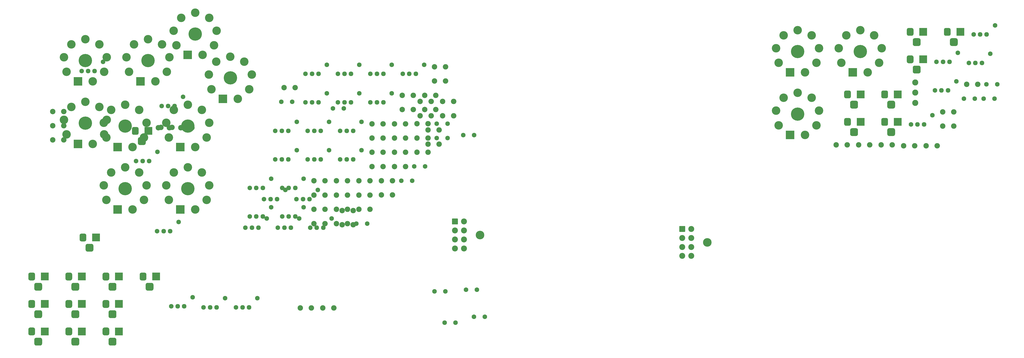
<source format=gbr>
%TF.GenerationSoftware,KiCad,Pcbnew,(5.1.6)-1*%
%TF.CreationDate,2020-08-01T01:01:07+01:00*%
%TF.ProjectId,SSEMD,5353454d-442e-46b6-9963-61645f706362,rev?*%
%TF.SameCoordinates,Original*%
%TF.FileFunction,Soldermask,Bot*%
%TF.FilePolarity,Negative*%
%FSLAX46Y46*%
G04 Gerber Fmt 4.6, Leading zero omitted, Abs format (unit mm)*
G04 Created by KiCad (PCBNEW (5.1.6)-1) date 2020-08-01 01:01:07*
%MOMM*%
%LPD*%
G01*
G04 APERTURE LIST*
%ADD10C,3.960000*%
%ADD11C,2.740000*%
%ADD12C,3.910000*%
%ADD13C,6.100000*%
%ADD14R,3.910000X3.910000*%
%ADD15C,2.800000*%
%ADD16O,2.500000X2.500000*%
%ADD17C,2.500000*%
%ADD18R,3.600000X3.600000*%
%ADD19C,2.100000*%
%ADD20C,2.130000*%
G04 APERTURE END LIST*
D10*
%TO.C,J-CTRLGATE-20*%
X31800000Y-354190000D03*
D11*
X24460000Y-360400000D03*
X24460000Y-356260000D03*
X24460000Y-352120000D03*
X24460000Y-347980000D03*
X20320000Y-360400000D03*
X20320000Y-356260000D03*
X20320000Y-352120000D03*
G36*
G01*
X18950000Y-349090531D02*
X18950000Y-346869469D01*
G75*
G02*
X19209469Y-346610000I259469J0D01*
G01*
X21430531Y-346610000D01*
G75*
G02*
X21690000Y-346869469I0J-259469D01*
G01*
X21690000Y-349090531D01*
G75*
G02*
X21430531Y-349350000I-259469J0D01*
G01*
X19209469Y-349350000D01*
G75*
G02*
X18950000Y-349090531I0J259469D01*
G01*
G37*
%TD*%
D10*
%TO.C,J-ADDER1-20*%
X-72594000Y-350761000D03*
D11*
X-79934000Y-356971000D03*
X-79934000Y-352831000D03*
X-79934000Y-348691000D03*
X-79934000Y-344551000D03*
X-84074000Y-356971000D03*
X-84074000Y-352831000D03*
X-84074000Y-348691000D03*
G36*
G01*
X-85444000Y-345661531D02*
X-85444000Y-343440469D01*
G75*
G02*
X-85184531Y-343181000I259469J0D01*
G01*
X-82963469Y-343181000D01*
G75*
G02*
X-82704000Y-343440469I0J-259469D01*
G01*
X-82704000Y-345661531D01*
G75*
G02*
X-82963469Y-345921000I-259469J0D01*
G01*
X-85184531Y-345921000D01*
G75*
G02*
X-85444000Y-345661531I0J259469D01*
G01*
G37*
%TD*%
D12*
%TO.C,V-CTRLGATE-2*%
X81968770Y-271560116D03*
X83156594Y-264823634D03*
X79736392Y-258899672D03*
X73308516Y-256560116D03*
X66880640Y-258899672D03*
X63460438Y-264823634D03*
X64648262Y-271560116D03*
X76728717Y-275957042D03*
D13*
X73333916Y-266356916D03*
D14*
X69888315Y-275957042D03*
%TD*%
D12*
%TO.C,V-CTRLGATE-1*%
X81968770Y-300330116D03*
X83156594Y-293593634D03*
X79736392Y-287669672D03*
X73308516Y-285330116D03*
X66880640Y-287669672D03*
X63460438Y-293593634D03*
X64648262Y-300330116D03*
X76728717Y-304727042D03*
D13*
X73333916Y-295126916D03*
D14*
X69888315Y-304727042D03*
%TD*%
D12*
%TO.C,V1*%
X110738770Y-271560116D03*
X111926594Y-264823634D03*
X108506392Y-258899672D03*
X102078516Y-256560116D03*
X95650640Y-258899672D03*
X92230438Y-264823634D03*
X93418262Y-271560116D03*
X105498717Y-275957042D03*
D13*
X102103916Y-266356916D03*
D14*
X98658315Y-275957042D03*
%TD*%
D15*
%TO.C,SW-CTRLGATE-1*%
X127318000Y-280581000D03*
X127318000Y-285281000D03*
X127318000Y-289981000D03*
%TD*%
D16*
%TO.C,R-CTRLGATE-8*%
X106403000Y-309276000D03*
D17*
X101323000Y-309276000D03*
%TD*%
D16*
%TO.C,R-CTRLGATE-7*%
X116733000Y-309276000D03*
D17*
X111653000Y-309276000D03*
%TD*%
D16*
%TO.C,R-CTRLGATE-6*%
X127063000Y-309726000D03*
D17*
X121983000Y-309726000D03*
%TD*%
D16*
%TO.C,R-CTRLGATE-5*%
X96073000Y-309276000D03*
D17*
X90993000Y-309276000D03*
%TD*%
D16*
%TO.C,R-CTRLGATE-4*%
X145063000Y-300666000D03*
D17*
X139983000Y-300666000D03*
%TD*%
D16*
%TO.C,R-CTRLGATE-3*%
X137393000Y-309726000D03*
D17*
X132313000Y-309726000D03*
%TD*%
D16*
%TO.C,R-CTRLGATE-2*%
X145063000Y-294116000D03*
D17*
X139983000Y-294116000D03*
%TD*%
D16*
%TO.C,R-CTRLGATE-1*%
X156063000Y-281486000D03*
D17*
X150983000Y-281486000D03*
%TD*%
%TO.C,J-CTRLGATE-7*%
G36*
G01*
X114493000Y-304331000D02*
X114493000Y-302531000D01*
G75*
G02*
X115393000Y-301631000I900000J0D01*
G01*
X117193000Y-301631000D01*
G75*
G02*
X118093000Y-302531000I0J-900000D01*
G01*
X118093000Y-304331000D01*
G75*
G02*
X117193000Y-305231000I-900000J0D01*
G01*
X115393000Y-305231000D01*
G75*
G02*
X114493000Y-304331000I0J900000D01*
G01*
G37*
G36*
G01*
X111743000Y-299756000D02*
X111743000Y-297706000D01*
G75*
G02*
X112518000Y-296931000I775000J0D01*
G01*
X114068000Y-296931000D01*
G75*
G02*
X114843000Y-297706000I0J-775000D01*
G01*
X114843000Y-299756000D01*
G75*
G02*
X114068000Y-300531000I-775000J0D01*
G01*
X112518000Y-300531000D01*
G75*
G02*
X111743000Y-299756000I0J775000D01*
G01*
G37*
D18*
X119293000Y-298731000D03*
%TD*%
%TO.C,J-CTRLGATE-6*%
G36*
G01*
X114493000Y-291701000D02*
X114493000Y-289901000D01*
G75*
G02*
X115393000Y-289001000I900000J0D01*
G01*
X117193000Y-289001000D01*
G75*
G02*
X118093000Y-289901000I0J-900000D01*
G01*
X118093000Y-291701000D01*
G75*
G02*
X117193000Y-292601000I-900000J0D01*
G01*
X115393000Y-292601000D01*
G75*
G02*
X114493000Y-291701000I0J900000D01*
G01*
G37*
G36*
G01*
X111743000Y-287126000D02*
X111743000Y-285076000D01*
G75*
G02*
X112518000Y-284301000I775000J0D01*
G01*
X114068000Y-284301000D01*
G75*
G02*
X114843000Y-285076000I0J-775000D01*
G01*
X114843000Y-287126000D01*
G75*
G02*
X114068000Y-287901000I-775000J0D01*
G01*
X112518000Y-287901000D01*
G75*
G02*
X111743000Y-287126000I0J775000D01*
G01*
G37*
X119293000Y-286101000D03*
%TD*%
%TO.C,J-CTRLGATE-5*%
G36*
G01*
X97443000Y-304331000D02*
X97443000Y-302531000D01*
G75*
G02*
X98343000Y-301631000I900000J0D01*
G01*
X100143000Y-301631000D01*
G75*
G02*
X101043000Y-302531000I0J-900000D01*
G01*
X101043000Y-304331000D01*
G75*
G02*
X100143000Y-305231000I-900000J0D01*
G01*
X98343000Y-305231000D01*
G75*
G02*
X97443000Y-304331000I0J900000D01*
G01*
G37*
G36*
G01*
X94693000Y-299756000D02*
X94693000Y-297706000D01*
G75*
G02*
X95468000Y-296931000I775000J0D01*
G01*
X97018000Y-296931000D01*
G75*
G02*
X97793000Y-297706000I0J-775000D01*
G01*
X97793000Y-299756000D01*
G75*
G02*
X97018000Y-300531000I-775000J0D01*
G01*
X95468000Y-300531000D01*
G75*
G02*
X94693000Y-299756000I0J775000D01*
G01*
G37*
X102243000Y-298731000D03*
%TD*%
%TO.C,J-CTRLGATE-4*%
G36*
G01*
X126213000Y-262931000D02*
X126213000Y-261131000D01*
G75*
G02*
X127113000Y-260231000I900000J0D01*
G01*
X128913000Y-260231000D01*
G75*
G02*
X129813000Y-261131000I0J-900000D01*
G01*
X129813000Y-262931000D01*
G75*
G02*
X128913000Y-263831000I-900000J0D01*
G01*
X127113000Y-263831000D01*
G75*
G02*
X126213000Y-262931000I0J900000D01*
G01*
G37*
G36*
G01*
X123463000Y-258356000D02*
X123463000Y-256306000D01*
G75*
G02*
X124238000Y-255531000I775000J0D01*
G01*
X125788000Y-255531000D01*
G75*
G02*
X126563000Y-256306000I0J-775000D01*
G01*
X126563000Y-258356000D01*
G75*
G02*
X125788000Y-259131000I-775000J0D01*
G01*
X124238000Y-259131000D01*
G75*
G02*
X123463000Y-258356000I0J775000D01*
G01*
G37*
X131013000Y-257331000D03*
%TD*%
%TO.C,J-CTRLGATE-3*%
G36*
G01*
X126213000Y-275561000D02*
X126213000Y-273761000D01*
G75*
G02*
X127113000Y-272861000I900000J0D01*
G01*
X128913000Y-272861000D01*
G75*
G02*
X129813000Y-273761000I0J-900000D01*
G01*
X129813000Y-275561000D01*
G75*
G02*
X128913000Y-276461000I-900000J0D01*
G01*
X127113000Y-276461000D01*
G75*
G02*
X126213000Y-275561000I0J900000D01*
G01*
G37*
G36*
G01*
X123463000Y-270986000D02*
X123463000Y-268936000D01*
G75*
G02*
X124238000Y-268161000I775000J0D01*
G01*
X125788000Y-268161000D01*
G75*
G02*
X126563000Y-268936000I0J-775000D01*
G01*
X126563000Y-270986000D01*
G75*
G02*
X125788000Y-271761000I-775000J0D01*
G01*
X124238000Y-271761000D01*
G75*
G02*
X123463000Y-270986000I0J775000D01*
G01*
G37*
X131013000Y-269961000D03*
%TD*%
%TO.C,J-CTRLGATE-2*%
G36*
G01*
X97443000Y-291701000D02*
X97443000Y-289901000D01*
G75*
G02*
X98343000Y-289001000I900000J0D01*
G01*
X100143000Y-289001000D01*
G75*
G02*
X101043000Y-289901000I0J-900000D01*
G01*
X101043000Y-291701000D01*
G75*
G02*
X100143000Y-292601000I-900000J0D01*
G01*
X98343000Y-292601000D01*
G75*
G02*
X97443000Y-291701000I0J900000D01*
G01*
G37*
G36*
G01*
X94693000Y-287126000D02*
X94693000Y-285076000D01*
G75*
G02*
X95468000Y-284301000I775000J0D01*
G01*
X97018000Y-284301000D01*
G75*
G02*
X97793000Y-285076000I0J-775000D01*
G01*
X97793000Y-287126000D01*
G75*
G02*
X97018000Y-287901000I-775000J0D01*
G01*
X95468000Y-287901000D01*
G75*
G02*
X94693000Y-287126000I0J775000D01*
G01*
G37*
X102243000Y-286101000D03*
%TD*%
%TO.C,J-CTRLGATE-1*%
G36*
G01*
X143263000Y-262931000D02*
X143263000Y-261131000D01*
G75*
G02*
X144163000Y-260231000I900000J0D01*
G01*
X145963000Y-260231000D01*
G75*
G02*
X146863000Y-261131000I0J-900000D01*
G01*
X146863000Y-262931000D01*
G75*
G02*
X145963000Y-263831000I-900000J0D01*
G01*
X144163000Y-263831000D01*
G75*
G02*
X143263000Y-262931000I0J900000D01*
G01*
G37*
G36*
G01*
X140513000Y-258356000D02*
X140513000Y-256306000D01*
G75*
G02*
X141288000Y-255531000I775000J0D01*
G01*
X142838000Y-255531000D01*
G75*
G02*
X143613000Y-256306000I0J-775000D01*
G01*
X143613000Y-258356000D01*
G75*
G02*
X142838000Y-259131000I-775000J0D01*
G01*
X141288000Y-259131000D01*
G75*
G02*
X140513000Y-258356000I0J775000D01*
G01*
G37*
X148063000Y-257331000D03*
%TD*%
%TO.C,J-ADDER1-12*%
G36*
G01*
X-243175000Y-400726000D02*
X-243175000Y-398926000D01*
G75*
G02*
X-242275000Y-398026000I900000J0D01*
G01*
X-240475000Y-398026000D01*
G75*
G02*
X-239575000Y-398926000I0J-900000D01*
G01*
X-239575000Y-400726000D01*
G75*
G02*
X-240475000Y-401626000I-900000J0D01*
G01*
X-242275000Y-401626000D01*
G75*
G02*
X-243175000Y-400726000I0J900000D01*
G01*
G37*
G36*
G01*
X-245925000Y-396151000D02*
X-245925000Y-394101000D01*
G75*
G02*
X-245150000Y-393326000I775000J0D01*
G01*
X-243600000Y-393326000D01*
G75*
G02*
X-242825000Y-394101000I0J-775000D01*
G01*
X-242825000Y-396151000D01*
G75*
G02*
X-243600000Y-396926000I-775000J0D01*
G01*
X-245150000Y-396926000D01*
G75*
G02*
X-245925000Y-396151000I0J775000D01*
G01*
G37*
X-238375000Y-395126000D03*
%TD*%
%TO.C,J-ADDER1-11*%
G36*
G01*
X-277275000Y-388096000D02*
X-277275000Y-386296000D01*
G75*
G02*
X-276375000Y-385396000I900000J0D01*
G01*
X-274575000Y-385396000D01*
G75*
G02*
X-273675000Y-386296000I0J-900000D01*
G01*
X-273675000Y-388096000D01*
G75*
G02*
X-274575000Y-388996000I-900000J0D01*
G01*
X-276375000Y-388996000D01*
G75*
G02*
X-277275000Y-388096000I0J900000D01*
G01*
G37*
G36*
G01*
X-280025000Y-383521000D02*
X-280025000Y-381471000D01*
G75*
G02*
X-279250000Y-380696000I775000J0D01*
G01*
X-277700000Y-380696000D01*
G75*
G02*
X-276925000Y-381471000I0J-775000D01*
G01*
X-276925000Y-383521000D01*
G75*
G02*
X-277700000Y-384296000I-775000J0D01*
G01*
X-279250000Y-384296000D01*
G75*
G02*
X-280025000Y-383521000I0J775000D01*
G01*
G37*
X-272475000Y-382496000D03*
%TD*%
%TO.C,J-ADDER1-10*%
G36*
G01*
X-260225000Y-375466000D02*
X-260225000Y-373666000D01*
G75*
G02*
X-259325000Y-372766000I900000J0D01*
G01*
X-257525000Y-372766000D01*
G75*
G02*
X-256625000Y-373666000I0J-900000D01*
G01*
X-256625000Y-375466000D01*
G75*
G02*
X-257525000Y-376366000I-900000J0D01*
G01*
X-259325000Y-376366000D01*
G75*
G02*
X-260225000Y-375466000I0J900000D01*
G01*
G37*
G36*
G01*
X-262975000Y-370891000D02*
X-262975000Y-368841000D01*
G75*
G02*
X-262200000Y-368066000I775000J0D01*
G01*
X-260650000Y-368066000D01*
G75*
G02*
X-259875000Y-368841000I0J-775000D01*
G01*
X-259875000Y-370891000D01*
G75*
G02*
X-260650000Y-371666000I-775000J0D01*
G01*
X-262200000Y-371666000D01*
G75*
G02*
X-262975000Y-370891000I0J775000D01*
G01*
G37*
X-255425000Y-369866000D03*
%TD*%
%TO.C,J-ADDER1-9*%
G36*
G01*
X-277275000Y-400726000D02*
X-277275000Y-398926000D01*
G75*
G02*
X-276375000Y-398026000I900000J0D01*
G01*
X-274575000Y-398026000D01*
G75*
G02*
X-273675000Y-398926000I0J-900000D01*
G01*
X-273675000Y-400726000D01*
G75*
G02*
X-274575000Y-401626000I-900000J0D01*
G01*
X-276375000Y-401626000D01*
G75*
G02*
X-277275000Y-400726000I0J900000D01*
G01*
G37*
G36*
G01*
X-280025000Y-396151000D02*
X-280025000Y-394101000D01*
G75*
G02*
X-279250000Y-393326000I775000J0D01*
G01*
X-277700000Y-393326000D01*
G75*
G02*
X-276925000Y-394101000I0J-775000D01*
G01*
X-276925000Y-396151000D01*
G75*
G02*
X-277700000Y-396926000I-775000J0D01*
G01*
X-279250000Y-396926000D01*
G75*
G02*
X-280025000Y-396151000I0J775000D01*
G01*
G37*
X-272475000Y-395126000D03*
%TD*%
%TO.C,J-ADDER1-8*%
G36*
G01*
X-260225000Y-388096000D02*
X-260225000Y-386296000D01*
G75*
G02*
X-259325000Y-385396000I900000J0D01*
G01*
X-257525000Y-385396000D01*
G75*
G02*
X-256625000Y-386296000I0J-900000D01*
G01*
X-256625000Y-388096000D01*
G75*
G02*
X-257525000Y-388996000I-900000J0D01*
G01*
X-259325000Y-388996000D01*
G75*
G02*
X-260225000Y-388096000I0J900000D01*
G01*
G37*
G36*
G01*
X-262975000Y-383521000D02*
X-262975000Y-381471000D01*
G75*
G02*
X-262200000Y-380696000I775000J0D01*
G01*
X-260650000Y-380696000D01*
G75*
G02*
X-259875000Y-381471000I0J-775000D01*
G01*
X-259875000Y-383521000D01*
G75*
G02*
X-260650000Y-384296000I-775000J0D01*
G01*
X-262200000Y-384296000D01*
G75*
G02*
X-262975000Y-383521000I0J775000D01*
G01*
G37*
X-255425000Y-382496000D03*
%TD*%
%TO.C,J-ADDER1-7*%
G36*
G01*
X-243175000Y-375466000D02*
X-243175000Y-373666000D01*
G75*
G02*
X-242275000Y-372766000I900000J0D01*
G01*
X-240475000Y-372766000D01*
G75*
G02*
X-239575000Y-373666000I0J-900000D01*
G01*
X-239575000Y-375466000D01*
G75*
G02*
X-240475000Y-376366000I-900000J0D01*
G01*
X-242275000Y-376366000D01*
G75*
G02*
X-243175000Y-375466000I0J900000D01*
G01*
G37*
G36*
G01*
X-245925000Y-370891000D02*
X-245925000Y-368841000D01*
G75*
G02*
X-245150000Y-368066000I775000J0D01*
G01*
X-243600000Y-368066000D01*
G75*
G02*
X-242825000Y-368841000I0J-775000D01*
G01*
X-242825000Y-370891000D01*
G75*
G02*
X-243600000Y-371666000I-775000J0D01*
G01*
X-245150000Y-371666000D01*
G75*
G02*
X-245925000Y-370891000I0J775000D01*
G01*
G37*
X-238375000Y-369866000D03*
%TD*%
%TO.C,J-ADDER1-6*%
G36*
G01*
X-260225000Y-400726000D02*
X-260225000Y-398926000D01*
G75*
G02*
X-259325000Y-398026000I900000J0D01*
G01*
X-257525000Y-398026000D01*
G75*
G02*
X-256625000Y-398926000I0J-900000D01*
G01*
X-256625000Y-400726000D01*
G75*
G02*
X-257525000Y-401626000I-900000J0D01*
G01*
X-259325000Y-401626000D01*
G75*
G02*
X-260225000Y-400726000I0J900000D01*
G01*
G37*
G36*
G01*
X-262975000Y-396151000D02*
X-262975000Y-394101000D01*
G75*
G02*
X-262200000Y-393326000I775000J0D01*
G01*
X-260650000Y-393326000D01*
G75*
G02*
X-259875000Y-394101000I0J-775000D01*
G01*
X-259875000Y-396151000D01*
G75*
G02*
X-260650000Y-396926000I-775000J0D01*
G01*
X-262200000Y-396926000D01*
G75*
G02*
X-262975000Y-396151000I0J775000D01*
G01*
G37*
X-255425000Y-395126000D03*
%TD*%
%TO.C,J-ADDER1-5*%
G36*
G01*
X-243175000Y-388096000D02*
X-243175000Y-386296000D01*
G75*
G02*
X-242275000Y-385396000I900000J0D01*
G01*
X-240475000Y-385396000D01*
G75*
G02*
X-239575000Y-386296000I0J-900000D01*
G01*
X-239575000Y-388096000D01*
G75*
G02*
X-240475000Y-388996000I-900000J0D01*
G01*
X-242275000Y-388996000D01*
G75*
G02*
X-243175000Y-388096000I0J900000D01*
G01*
G37*
G36*
G01*
X-245925000Y-383521000D02*
X-245925000Y-381471000D01*
G75*
G02*
X-245150000Y-380696000I775000J0D01*
G01*
X-243600000Y-380696000D01*
G75*
G02*
X-242825000Y-381471000I0J-775000D01*
G01*
X-242825000Y-383521000D01*
G75*
G02*
X-243600000Y-384296000I-775000J0D01*
G01*
X-245150000Y-384296000D01*
G75*
G02*
X-245925000Y-383521000I0J775000D01*
G01*
G37*
X-238375000Y-382496000D03*
%TD*%
%TO.C,J-ADDER1-4*%
G36*
G01*
X-226125000Y-375466000D02*
X-226125000Y-373666000D01*
G75*
G02*
X-225225000Y-372766000I900000J0D01*
G01*
X-223425000Y-372766000D01*
G75*
G02*
X-222525000Y-373666000I0J-900000D01*
G01*
X-222525000Y-375466000D01*
G75*
G02*
X-223425000Y-376366000I-900000J0D01*
G01*
X-225225000Y-376366000D01*
G75*
G02*
X-226125000Y-375466000I0J900000D01*
G01*
G37*
G36*
G01*
X-228875000Y-370891000D02*
X-228875000Y-368841000D01*
G75*
G02*
X-228100000Y-368066000I775000J0D01*
G01*
X-226550000Y-368066000D01*
G75*
G02*
X-225775000Y-368841000I0J-775000D01*
G01*
X-225775000Y-370891000D01*
G75*
G02*
X-226550000Y-371666000I-775000J0D01*
G01*
X-228100000Y-371666000D01*
G75*
G02*
X-228875000Y-370891000I0J775000D01*
G01*
G37*
X-221325000Y-369866000D03*
%TD*%
%TO.C,J-ADDER1-3*%
G36*
G01*
X-277275000Y-375466000D02*
X-277275000Y-373666000D01*
G75*
G02*
X-276375000Y-372766000I900000J0D01*
G01*
X-274575000Y-372766000D01*
G75*
G02*
X-273675000Y-373666000I0J-900000D01*
G01*
X-273675000Y-375466000D01*
G75*
G02*
X-274575000Y-376366000I-900000J0D01*
G01*
X-276375000Y-376366000D01*
G75*
G02*
X-277275000Y-375466000I0J900000D01*
G01*
G37*
G36*
G01*
X-280025000Y-370891000D02*
X-280025000Y-368841000D01*
G75*
G02*
X-279250000Y-368066000I775000J0D01*
G01*
X-277700000Y-368066000D01*
G75*
G02*
X-276925000Y-368841000I0J-775000D01*
G01*
X-276925000Y-370891000D01*
G75*
G02*
X-277700000Y-371666000I-775000J0D01*
G01*
X-279250000Y-371666000D01*
G75*
G02*
X-280025000Y-370891000I0J775000D01*
G01*
G37*
X-272475000Y-369866000D03*
%TD*%
D19*
%TO.C,D-CTRLGATE-6*%
X146930600Y-266944600D03*
X137098000Y-271161000D03*
D20*
X140098000Y-271161000D03*
X143098000Y-271161000D03*
%TD*%
D19*
%TO.C,D-CTRLGATE-5*%
X163980600Y-254314600D03*
X154148000Y-258531000D03*
D20*
X157148000Y-258531000D03*
X160148000Y-258531000D03*
%TD*%
D19*
%TO.C,D-CTRLGATE-4*%
X135210600Y-295674600D03*
X125378000Y-299891000D03*
D20*
X128378000Y-299891000D03*
X131378000Y-299891000D03*
%TD*%
D19*
%TO.C,D-CTRLGATE-3*%
X146210600Y-280064600D03*
X136378000Y-284281000D03*
D20*
X139378000Y-284281000D03*
X142378000Y-284281000D03*
%TD*%
D19*
%TO.C,D-CTRLGATE-1*%
X161820600Y-267434600D03*
X151988000Y-271651000D03*
D20*
X154988000Y-271651000D03*
X157988000Y-271651000D03*
%TD*%
D19*
%TO.C,C-CTRLGATE-3*%
X165063000Y-281486000D03*
X160063000Y-281486000D03*
%TD*%
%TO.C,C-CTRLGATE-2*%
X163783000Y-288036000D03*
X158783000Y-288036000D03*
%TD*%
%TO.C,C-CTRLGATE-1*%
X154733000Y-288036000D03*
X149733000Y-288036000D03*
%TD*%
%TO.C,C-ADDER1--A-8*%
X-70311000Y-388366000D03*
X-75311000Y-388366000D03*
%TD*%
%TO.C,C-ADDER1-11*%
X-73994000Y-375920000D03*
X-78994000Y-375920000D03*
%TD*%
%TO.C,C-ADDER1-10*%
X-83773000Y-391106000D03*
X-88773000Y-391106000D03*
%TD*%
%TO.C,C-ADDER1-9*%
X-88472000Y-376682000D03*
X-93472000Y-376682000D03*
%TD*%
D12*
%TO.C,V-ADDER1-9*%
X-216398230Y-275717116D03*
X-215210406Y-268980634D03*
X-218630608Y-263056672D03*
X-225058484Y-260717116D03*
X-231486360Y-263056672D03*
X-234906562Y-268980634D03*
X-233718738Y-275717116D03*
X-221638283Y-280114042D03*
D13*
X-225033084Y-270513916D03*
D14*
X-228478685Y-280114042D03*
%TD*%
D12*
%TO.C,V-ADDER1-8*%
X-245168230Y-304487116D03*
X-243980406Y-297750634D03*
X-247400608Y-291826672D03*
X-253828484Y-289487116D03*
X-260256360Y-291826672D03*
X-263676562Y-297750634D03*
X-262488738Y-304487116D03*
X-250408283Y-308884042D03*
D13*
X-253803084Y-299283916D03*
D14*
X-257248685Y-308884042D03*
%TD*%
D12*
%TO.C,V-ADDER1-7*%
X-198119230Y-334654116D03*
X-196931406Y-327917634D03*
X-200351608Y-321993672D03*
X-206779484Y-319654116D03*
X-213207360Y-321993672D03*
X-216627562Y-327917634D03*
X-215439738Y-334654116D03*
X-203359283Y-339051042D03*
D13*
X-206754084Y-329450916D03*
D14*
X-210199685Y-339051042D03*
%TD*%
D12*
%TO.C,V-ADDER1-6*%
X-245168230Y-275717116D03*
X-243980406Y-268980634D03*
X-247400608Y-263056672D03*
X-253828484Y-260717116D03*
X-260256360Y-263056672D03*
X-263676562Y-268980634D03*
X-262488738Y-275717116D03*
X-250408283Y-280114042D03*
D13*
X-253803084Y-270513916D03*
D14*
X-257248685Y-280114042D03*
%TD*%
D12*
%TO.C,V-ADDER1-5*%
X-198119230Y-305884116D03*
X-196931406Y-299147634D03*
X-200351608Y-293223672D03*
X-206779484Y-290884116D03*
X-213207360Y-293223672D03*
X-216627562Y-299147634D03*
X-215439738Y-305884116D03*
X-203359283Y-310281042D03*
D13*
X-206754084Y-300680916D03*
D14*
X-210199685Y-310281042D03*
%TD*%
D12*
%TO.C,V-ADDER1-4*%
X-226889230Y-334654116D03*
X-225701406Y-327917634D03*
X-229121608Y-321993672D03*
X-235549484Y-319654116D03*
X-241977360Y-321993672D03*
X-245397562Y-327917634D03*
X-244209738Y-334654116D03*
X-232129283Y-339051042D03*
D13*
X-235524084Y-329450916D03*
D14*
X-238969685Y-339051042D03*
%TD*%
D12*
%TO.C,V-ADDER1-3*%
X-194717546Y-263521200D03*
X-193529722Y-256784718D03*
X-196949924Y-250860756D03*
X-203377800Y-248521200D03*
X-209805676Y-250860756D03*
X-213225878Y-256784718D03*
X-212038054Y-263521200D03*
X-199957599Y-267918126D03*
D13*
X-203352400Y-258318000D03*
D14*
X-206798001Y-267918126D03*
%TD*%
D12*
%TO.C,V-ADDER1-2*%
X-226889230Y-305884116D03*
X-225701406Y-299147634D03*
X-229121608Y-293223672D03*
X-235549484Y-290884116D03*
X-241977360Y-293223672D03*
X-245397562Y-299147634D03*
X-244209738Y-305884116D03*
X-232129283Y-310281042D03*
D13*
X-235524084Y-300680916D03*
D14*
X-238969685Y-310281042D03*
%TD*%
D12*
%TO.C,V-ADDER1-1*%
X-178588546Y-283714200D03*
X-177400722Y-276977718D03*
X-180820924Y-271053756D03*
X-187248800Y-268714200D03*
X-193676676Y-271053756D03*
X-197096878Y-276977718D03*
X-195909054Y-283714200D03*
X-183828599Y-288111126D03*
D13*
X-187223400Y-278511000D03*
D14*
X-190669001Y-288111126D03*
%TD*%
D16*
%TO.C,R-ADDER1-34C1*%
X-106786000Y-319263000D03*
D17*
X-111866000Y-319263000D03*
%TD*%
D16*
%TO.C,R-ADDER1-34B1*%
X-133396000Y-345503000D03*
D17*
X-138476000Y-345503000D03*
%TD*%
D16*
%TO.C,R-ADDER1-46*%
X-263760000Y-307046000D03*
D17*
X-268840000Y-307046000D03*
%TD*%
D16*
%TO.C,R-ADDER1-45*%
X-96456000Y-299593000D03*
D17*
X-101536000Y-299593000D03*
%TD*%
D16*
%TO.C,R-ADDER1-44*%
X-123066000Y-332403000D03*
D17*
X-128146000Y-332403000D03*
%TD*%
D16*
%TO.C,R-ADDER1-43*%
X-133396000Y-338953000D03*
D17*
X-138476000Y-338953000D03*
%TD*%
D16*
%TO.C,R-ADDER1-42*%
X-106786000Y-312713000D03*
D17*
X-111866000Y-312713000D03*
%TD*%
D16*
%TO.C,R-ADDER1-41*%
X-263760000Y-293946000D03*
D17*
X-268840000Y-293946000D03*
%TD*%
D16*
%TO.C,R-ADDER1-40*%
X-96456000Y-306143000D03*
D17*
X-101536000Y-306143000D03*
%TD*%
D16*
%TO.C,R-ADDER1-38*%
X-84658000Y-295905000D03*
D17*
X-89738000Y-295905000D03*
%TD*%
D16*
%TO.C,R-ADDER1-37*%
X-157513000Y-282965000D03*
D17*
X-162593000Y-282965000D03*
%TD*%
D16*
%TO.C,R-ADDER1-36*%
X-96456000Y-312693000D03*
D17*
X-101536000Y-312693000D03*
%TD*%
D16*
%TO.C,R-ADDER1-35*%
X-123066000Y-338953000D03*
D17*
X-128146000Y-338953000D03*
%TD*%
D16*
%TO.C,R-ADDER1-34*%
X-112736000Y-332363000D03*
D17*
X-117816000Y-332363000D03*
%TD*%
D16*
%TO.C,R-ADDER1-33*%
X-91378000Y-309005000D03*
D17*
X-96458000Y-309005000D03*
%TD*%
D16*
%TO.C,R-ADDER1-32*%
X-214014000Y-301293000D03*
D17*
X-219094000Y-301293000D03*
%TD*%
D16*
%TO.C,R-ADDER1-31*%
X-106786000Y-299613000D03*
D17*
X-111866000Y-299613000D03*
%TD*%
D16*
%TO.C,R-ADDER1-30*%
X-84658000Y-289355000D03*
D17*
X-89738000Y-289355000D03*
%TD*%
D16*
%TO.C,R-ADDER1-29*%
X-94988000Y-295905000D03*
D17*
X-100068000Y-295905000D03*
%TD*%
D16*
%TO.C,R-ADDER1-28*%
X-139724000Y-384334000D03*
D17*
X-144804000Y-384334000D03*
%TD*%
D16*
%TO.C,R-ADDER1-27*%
X-92906000Y-293043000D03*
D17*
X-97986000Y-293043000D03*
%TD*%
D16*
%TO.C,R-ADDER1-26*%
X-106786000Y-306163000D03*
D17*
X-111866000Y-306163000D03*
%TD*%
D16*
%TO.C,R-ADDER1-25*%
X-117116000Y-319263000D03*
D17*
X-122196000Y-319263000D03*
%TD*%
D16*
%TO.C,R-ADDER1-24*%
X-143726000Y-345503000D03*
D17*
X-148806000Y-345503000D03*
%TD*%
D16*
%TO.C,R-ADDER1-23*%
X-123066000Y-325853000D03*
D17*
X-128146000Y-325853000D03*
%TD*%
D16*
%TO.C,R-ADDER1-22*%
X-133396000Y-332403000D03*
D17*
X-138476000Y-332403000D03*
%TD*%
D16*
%TO.C,R-ADDER1-21*%
X-143726000Y-338953000D03*
D17*
X-148806000Y-338953000D03*
%TD*%
D16*
%TO.C,R-ADDER1-20*%
X-117116000Y-312713000D03*
D17*
X-122196000Y-312713000D03*
%TD*%
D16*
%TO.C,R-ADDER1-19*%
X-88346000Y-273373000D03*
D17*
X-93426000Y-273373000D03*
%TD*%
D16*
%TO.C,R-ADDER1-18*%
X-117116000Y-306163000D03*
D17*
X-122196000Y-306163000D03*
%TD*%
D16*
%TO.C,R-ADDER1-17*%
X-112736000Y-325813000D03*
D17*
X-117816000Y-325813000D03*
%TD*%
D16*
%TO.C,R-ADDER1-16*%
X-103236000Y-293043000D03*
D17*
X-108316000Y-293043000D03*
%TD*%
D16*
%TO.C,R-ADDER1-15*%
X-92906000Y-286493000D03*
D17*
X-97986000Y-286493000D03*
%TD*%
D16*
%TO.C,R-ADDER1-14*%
X-88346000Y-279923000D03*
D17*
X-93426000Y-279923000D03*
%TD*%
D16*
%TO.C,R-ADDER1-13*%
X-150054000Y-384334000D03*
D17*
X-155134000Y-384334000D03*
%TD*%
D16*
%TO.C,R-ADDER1-12*%
X-204875000Y-301457000D03*
D17*
X-209955000Y-301457000D03*
%TD*%
D16*
%TO.C,R-ADDER1-11*%
X-130845000Y-346070000D03*
D17*
X-135925000Y-346070000D03*
%TD*%
D16*
%TO.C,R-ADDER1-10*%
X-94988000Y-289355000D03*
D17*
X-100068000Y-289355000D03*
%TD*%
D16*
%TO.C,R-ADDER1-9*%
X-133396000Y-325853000D03*
D17*
X-138476000Y-325853000D03*
%TD*%
D16*
%TO.C,R-ADDER1-8*%
X-130845000Y-339520000D03*
D17*
X-135925000Y-339520000D03*
%TD*%
D16*
%TO.C,R-ADDER1-7*%
X-215205000Y-301457000D03*
D17*
X-220285000Y-301457000D03*
%TD*%
D16*
%TO.C,R-ADDER1-6*%
X-143726000Y-332403000D03*
D17*
X-148806000Y-332403000D03*
%TD*%
D16*
%TO.C,R-ADDER1-5*%
X-91378000Y-302455000D03*
D17*
X-96458000Y-302455000D03*
%TD*%
D16*
%TO.C,R-ADDER1-4*%
X-263760000Y-300496000D03*
D17*
X-268840000Y-300496000D03*
%TD*%
D16*
%TO.C,R-ADDER1-3*%
X-143726000Y-325853000D03*
D17*
X-148806000Y-325853000D03*
%TD*%
D16*
%TO.C,R-ADDER1-2*%
X-117116000Y-299613000D03*
D17*
X-122196000Y-299613000D03*
%TD*%
D16*
%TO.C,R-ADDER1-1*%
X-103236000Y-286493000D03*
D17*
X-108316000Y-286493000D03*
%TD*%
%TO.C,J-ADDER1-2*%
G36*
G01*
X-253720000Y-357517000D02*
X-253720000Y-355717000D01*
G75*
G02*
X-252820000Y-354817000I900000J0D01*
G01*
X-251020000Y-354817000D01*
G75*
G02*
X-250120000Y-355717000I0J-900000D01*
G01*
X-250120000Y-357517000D01*
G75*
G02*
X-251020000Y-358417000I-900000J0D01*
G01*
X-252820000Y-358417000D01*
G75*
G02*
X-253720000Y-357517000I0J900000D01*
G01*
G37*
G36*
G01*
X-256470000Y-352942000D02*
X-256470000Y-350892000D01*
G75*
G02*
X-255695000Y-350117000I775000J0D01*
G01*
X-254145000Y-350117000D01*
G75*
G02*
X-253370000Y-350892000I0J-775000D01*
G01*
X-253370000Y-352942000D01*
G75*
G02*
X-254145000Y-353717000I-775000J0D01*
G01*
X-255695000Y-353717000D01*
G75*
G02*
X-256470000Y-352942000I0J775000D01*
G01*
G37*
D18*
X-248920000Y-351917000D03*
%TD*%
%TO.C,J-ADDER1-1*%
G36*
G01*
X-229694000Y-308488000D02*
X-229694000Y-306688000D01*
G75*
G02*
X-228794000Y-305788000I900000J0D01*
G01*
X-226994000Y-305788000D01*
G75*
G02*
X-226094000Y-306688000I0J-900000D01*
G01*
X-226094000Y-308488000D01*
G75*
G02*
X-226994000Y-309388000I-900000J0D01*
G01*
X-228794000Y-309388000D01*
G75*
G02*
X-229694000Y-308488000I0J900000D01*
G01*
G37*
G36*
G01*
X-232444000Y-303913000D02*
X-232444000Y-301863000D01*
G75*
G02*
X-231669000Y-301088000I775000J0D01*
G01*
X-230119000Y-301088000D01*
G75*
G02*
X-229344000Y-301863000I0J-775000D01*
G01*
X-229344000Y-303913000D01*
G75*
G02*
X-230119000Y-304688000I-775000J0D01*
G01*
X-231669000Y-304688000D01*
G75*
G02*
X-232444000Y-303913000I0J775000D01*
G01*
G37*
X-224894000Y-302888000D03*
%TD*%
D19*
%TO.C,D-ADDER1-16A1*%
X-141858400Y-311801600D03*
X-151691000Y-316018000D03*
D20*
X-148691000Y-316018000D03*
X-145691000Y-316018000D03*
%TD*%
D19*
%TO.C,D-ADDER1-28*%
X-168468400Y-338041600D03*
X-178301000Y-342258000D03*
D20*
X-175301000Y-342258000D03*
X-172301000Y-342258000D03*
%TD*%
D19*
%TO.C,D-ADDER1-27*%
X-153578400Y-324921600D03*
X-163411000Y-329138000D03*
D20*
X-160411000Y-329138000D03*
X-157411000Y-329138000D03*
%TD*%
D19*
%TO.C,D-ADDER1-26*%
X-126968400Y-298681600D03*
X-136801000Y-302898000D03*
D20*
X-133801000Y-302898000D03*
X-130801000Y-302898000D03*
%TD*%
D19*
%TO.C,D-ADDER1-25*%
X-113088400Y-285561600D03*
X-122921000Y-289778000D03*
D20*
X-119921000Y-289778000D03*
X-116921000Y-289778000D03*
%TD*%
D19*
%TO.C,D-ADDER1-24*%
X-98198400Y-272441600D03*
X-108031000Y-276658000D03*
D20*
X-105031000Y-276658000D03*
X-102031000Y-276658000D03*
%TD*%
D19*
%TO.C,D-ADDER1-23*%
X-245722400Y-271119600D03*
X-255555000Y-275336000D03*
D20*
X-252555000Y-275336000D03*
X-249555000Y-275336000D03*
%TD*%
D19*
%TO.C,D-ADDER1-22*%
X-140697400Y-343158600D03*
X-150530000Y-347375000D03*
D20*
X-147530000Y-347375000D03*
X-144530000Y-347375000D03*
%TD*%
D19*
%TO.C,D-ADDER1-21*%
X-126968400Y-311801600D03*
X-136801000Y-316018000D03*
D20*
X-133801000Y-316018000D03*
X-130801000Y-316018000D03*
%TD*%
D19*
%TO.C,D-ADDER1-20*%
X-153578400Y-338041600D03*
X-163411000Y-342258000D03*
D20*
X-160411000Y-342258000D03*
X-157411000Y-342258000D03*
%TD*%
D19*
%TO.C,D-ADDER1-19*%
X-204576400Y-379382600D03*
X-214409000Y-383599000D03*
D20*
X-211409000Y-383599000D03*
X-208409000Y-383599000D03*
%TD*%
D19*
%TO.C,D-ADDER1-18*%
X-127978400Y-285561600D03*
X-137811000Y-289778000D03*
D20*
X-134811000Y-289778000D03*
X-131811000Y-289778000D03*
%TD*%
D19*
%TO.C,D-ADDER1-17*%
X-168468400Y-324921600D03*
X-178301000Y-329138000D03*
D20*
X-175301000Y-329138000D03*
X-172301000Y-329138000D03*
%TD*%
D19*
%TO.C,D-ADDER1-16*%
X-141858400Y-298681600D03*
X-151691000Y-302898000D03*
D20*
X-148691000Y-302898000D03*
X-145691000Y-302898000D03*
%TD*%
D19*
%TO.C,D-ADDER1-15*%
X-147037400Y-330038600D03*
X-156870000Y-334255000D03*
D20*
X-153870000Y-334255000D03*
X-150870000Y-334255000D03*
%TD*%
D19*
%TO.C,D-ADDER1-14*%
X-156748400Y-311801600D03*
X-166581000Y-316018000D03*
D20*
X-163581000Y-316018000D03*
X-160581000Y-316018000D03*
%TD*%
D19*
%TO.C,D-ADDER1-13*%
X-170477400Y-343158600D03*
X-180310000Y-347375000D03*
D20*
X-177310000Y-347375000D03*
X-174310000Y-347375000D03*
%TD*%
D19*
%TO.C,D-ADDER1-12*%
X-189686400Y-379872600D03*
X-199519000Y-384089000D03*
D20*
X-196519000Y-384089000D03*
X-193519000Y-384089000D03*
%TD*%
D19*
%TO.C,D-ADDER1-11*%
X-156748400Y-298681600D03*
X-166581000Y-302898000D03*
D20*
X-163581000Y-302898000D03*
X-160581000Y-302898000D03*
%TD*%
D19*
%TO.C,D-ADDER1-10*%
X-142868400Y-285561600D03*
X-152701000Y-289778000D03*
D20*
X-149701000Y-289778000D03*
X-146701000Y-289778000D03*
%TD*%
D19*
%TO.C,D-ADDER1-9*%
X-127978400Y-272441600D03*
X-137811000Y-276658000D03*
D20*
X-134811000Y-276658000D03*
X-131811000Y-276658000D03*
%TD*%
D19*
%TO.C,D-ADDER1-8*%
X-220696400Y-312501600D03*
X-230529000Y-316718000D03*
D20*
X-227529000Y-316718000D03*
X-224529000Y-316718000D03*
%TD*%
D19*
%TO.C,D-ADDER1-7*%
X-161927400Y-330038600D03*
X-171760000Y-334255000D03*
D20*
X-168760000Y-334255000D03*
X-165760000Y-334255000D03*
%TD*%
D19*
%TO.C,D-ADDER1-6*%
X-113088400Y-272441600D03*
X-122921000Y-276658000D03*
D20*
X-119921000Y-276658000D03*
X-116921000Y-276658000D03*
%TD*%
D19*
%TO.C,D-ADDER1-5*%
X-142868400Y-272441600D03*
X-152701000Y-276658000D03*
D20*
X-149701000Y-276658000D03*
X-146701000Y-276658000D03*
%TD*%
D19*
%TO.C,D-ADDER1-4*%
X-208976400Y-287241600D03*
X-218809000Y-291458000D03*
D20*
X-215809000Y-291458000D03*
X-212809000Y-291458000D03*
%TD*%
D19*
%TO.C,D-ADDER1-3*%
X-174796400Y-379872600D03*
X-184629000Y-384089000D03*
D20*
X-181629000Y-384089000D03*
X-178629000Y-384089000D03*
%TD*%
D19*
%TO.C,D-ADDER1-2*%
X-211021400Y-344781600D03*
X-220854000Y-348998000D03*
D20*
X-217854000Y-348998000D03*
X-214854000Y-348998000D03*
%TD*%
D19*
%TO.C,D-ADDER1-1*%
X-155587400Y-343158600D03*
X-165420000Y-347375000D03*
D20*
X-162420000Y-347375000D03*
X-159420000Y-347375000D03*
%TD*%
D19*
%TO.C,C-ADDER1-8*%
X-103736000Y-325813000D03*
X-108736000Y-325813000D03*
%TD*%
%TO.C,C-ADDER1-7*%
X-87456000Y-306143000D03*
X-92456000Y-306143000D03*
%TD*%
%TO.C,C-ADDER1-6*%
X-135126000Y-292568000D03*
X-140126000Y-292568000D03*
%TD*%
%TO.C,C-ADDER1-5*%
X-124396000Y-345503000D03*
X-129396000Y-345503000D03*
%TD*%
%TO.C,C-ADDER1-4*%
X-97786000Y-319243000D03*
X-102786000Y-319243000D03*
%TD*%
%TO.C,C-ADDER1-3*%
X-158843000Y-289515000D03*
X-163843000Y-289515000D03*
%TD*%
%TO.C,C-ADDER1-2*%
X-75264000Y-304800000D03*
X-80264000Y-304800000D03*
%TD*%
%TO.C,C-ADDER1-1*%
X-87456000Y-299593000D03*
X-92456000Y-299593000D03*
%TD*%
M02*

</source>
